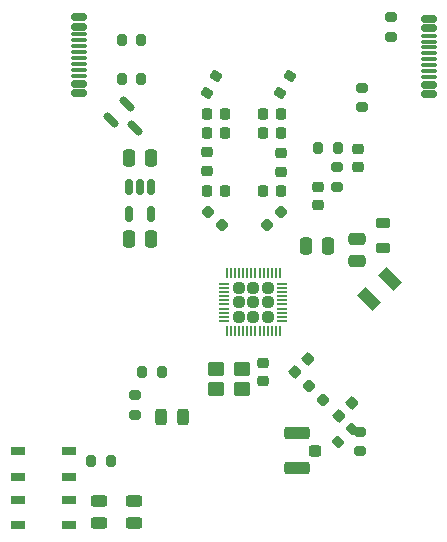
<source format=gtp>
%TF.GenerationSoftware,KiCad,Pcbnew,9.0.7*%
%TF.CreationDate,2026-02-02T18:05:56+06:00*%
%TF.ProjectId,ch585_dev,63683538-355f-4646-9576-2e6b69636164,rev?*%
%TF.SameCoordinates,Original*%
%TF.FileFunction,Paste,Top*%
%TF.FilePolarity,Positive*%
%FSLAX46Y46*%
G04 Gerber Fmt 4.6, Leading zero omitted, Abs format (unit mm)*
G04 Created by KiCad (PCBNEW 9.0.7) date 2026-02-02 18:05:56*
%MOMM*%
%LPD*%
G01*
G04 APERTURE LIST*
G04 Aperture macros list*
%AMRoundRect*
0 Rectangle with rounded corners*
0 $1 Rounding radius*
0 $2 $3 $4 $5 $6 $7 $8 $9 X,Y pos of 4 corners*
0 Add a 4 corners polygon primitive as box body*
4,1,4,$2,$3,$4,$5,$6,$7,$8,$9,$2,$3,0*
0 Add four circle primitives for the rounded corners*
1,1,$1+$1,$2,$3*
1,1,$1+$1,$4,$5*
1,1,$1+$1,$6,$7*
1,1,$1+$1,$8,$9*
0 Add four rect primitives between the rounded corners*
20,1,$1+$1,$2,$3,$4,$5,0*
20,1,$1+$1,$4,$5,$6,$7,0*
20,1,$1+$1,$6,$7,$8,$9,0*
20,1,$1+$1,$8,$9,$2,$3,0*%
%AMRotRect*
0 Rectangle, with rotation*
0 The origin of the aperture is its center*
0 $1 length*
0 $2 width*
0 $3 Rotation angle, in degrees counterclockwise*
0 Add horizontal line*
21,1,$1,$2,0,0,$3*%
G04 Aperture macros list end*
%ADD10RoundRect,0.225000X-0.250000X0.225000X-0.250000X-0.225000X0.250000X-0.225000X0.250000X0.225000X0*%
%ADD11RoundRect,0.200000X0.275000X-0.200000X0.275000X0.200000X-0.275000X0.200000X-0.275000X-0.200000X0*%
%ADD12RoundRect,0.200000X-0.275000X0.200000X-0.275000X-0.200000X0.275000X-0.200000X0.275000X0.200000X0*%
%ADD13RoundRect,0.200000X0.138157X-0.310705X0.338157X0.035705X-0.138157X0.310705X-0.338157X-0.035705X0*%
%ADD14RoundRect,0.225000X0.225000X0.250000X-0.225000X0.250000X-0.225000X-0.250000X0.225000X-0.250000X0*%
%ADD15R,1.200000X0.650000*%
%ADD16RoundRect,0.200000X0.200000X0.275000X-0.200000X0.275000X-0.200000X-0.275000X0.200000X-0.275000X0*%
%ADD17RoundRect,0.200000X-0.200000X-0.275000X0.200000X-0.275000X0.200000X0.275000X-0.200000X0.275000X0*%
%ADD18RoundRect,0.250000X0.250000X0.475000X-0.250000X0.475000X-0.250000X-0.475000X0.250000X-0.475000X0*%
%ADD19RoundRect,0.225000X0.250000X-0.225000X0.250000X0.225000X-0.250000X0.225000X-0.250000X-0.225000X0*%
%ADD20RoundRect,0.150000X-0.521491X0.309359X0.309359X-0.521491X0.521491X-0.309359X-0.309359X0.521491X0*%
%ADD21RoundRect,0.243750X0.243750X0.456250X-0.243750X0.456250X-0.243750X-0.456250X0.243750X-0.456250X0*%
%ADD22RoundRect,0.225000X0.017678X-0.335876X0.335876X-0.017678X-0.017678X0.335876X-0.335876X0.017678X0*%
%ADD23RoundRect,0.250000X-0.475000X0.250000X-0.475000X-0.250000X0.475000X-0.250000X0.475000X0.250000X0*%
%ADD24RoundRect,0.250000X0.275000X0.250000X-0.275000X0.250000X-0.275000X-0.250000X0.275000X-0.250000X0*%
%ADD25RoundRect,0.250000X0.850000X0.275000X-0.850000X0.275000X-0.850000X-0.275000X0.850000X-0.275000X0*%
%ADD26RoundRect,0.150000X-0.150000X0.512500X-0.150000X-0.512500X0.150000X-0.512500X0.150000X0.512500X0*%
%ADD27RoundRect,0.250000X0.450000X0.350000X-0.450000X0.350000X-0.450000X-0.350000X0.450000X-0.350000X0*%
%ADD28RoundRect,0.150000X-0.500000X0.150000X-0.500000X-0.150000X0.500000X-0.150000X0.500000X0.150000X0*%
%ADD29RoundRect,0.075000X-0.575000X0.075000X-0.575000X-0.075000X0.575000X-0.075000X0.575000X0.075000X0*%
%ADD30RoundRect,0.218750X0.026517X-0.335876X0.335876X-0.026517X-0.026517X0.335876X-0.335876X0.026517X0*%
%ADD31RotRect,1.000000X1.800000X225.000000*%
%ADD32RoundRect,0.243750X0.456250X-0.243750X0.456250X0.243750X-0.456250X0.243750X-0.456250X-0.243750X0*%
%ADD33RoundRect,0.240000X-0.240000X0.240000X-0.240000X-0.240000X0.240000X-0.240000X0.240000X0.240000X0*%
%ADD34RoundRect,0.050000X-0.050000X0.350000X-0.050000X-0.350000X0.050000X-0.350000X0.050000X0.350000X0*%
%ADD35RoundRect,0.050000X-0.350000X0.050000X-0.350000X-0.050000X0.350000X-0.050000X0.350000X0.050000X0*%
%ADD36RoundRect,0.250000X-0.250000X-0.475000X0.250000X-0.475000X0.250000X0.475000X-0.250000X0.475000X0*%
%ADD37RoundRect,0.218750X0.381250X-0.218750X0.381250X0.218750X-0.381250X0.218750X-0.381250X-0.218750X0*%
%ADD38RoundRect,0.218750X-0.335876X-0.026517X-0.026517X-0.335876X0.335876X0.026517X0.026517X0.335876X0*%
%ADD39RoundRect,0.150000X0.500000X-0.150000X0.500000X0.150000X-0.500000X0.150000X-0.500000X-0.150000X0*%
%ADD40RoundRect,0.075000X0.575000X-0.075000X0.575000X0.075000X-0.575000X0.075000X-0.575000X-0.075000X0*%
%ADD41RoundRect,0.218750X0.335876X0.026517X0.026517X0.335876X-0.335876X-0.026517X-0.026517X-0.335876X0*%
%ADD42RoundRect,0.200000X-0.053033X0.335876X-0.335876X0.053033X0.053033X-0.335876X0.335876X-0.053033X0*%
G04 APERTURE END LIST*
D10*
%TO.C,C14*%
X71800000Y-102625000D03*
X71800000Y-104175000D03*
%TD*%
D11*
%TO.C,R14*%
X82630000Y-75025000D03*
X82630000Y-73375000D03*
%TD*%
D12*
%TO.C,R8*%
X61000000Y-105375000D03*
X61000000Y-107025000D03*
%TD*%
D13*
%TO.C,R6*%
X67047500Y-79814470D03*
X67872500Y-78385530D03*
%TD*%
D14*
%TO.C,C3*%
X73325000Y-88100000D03*
X71775000Y-88100000D03*
%TD*%
D15*
%TO.C,SW1*%
X51050000Y-110125000D03*
X55350000Y-110125000D03*
X51050000Y-112275000D03*
X55350000Y-112275000D03*
%TD*%
D16*
%TO.C,R9*%
X58925000Y-111000000D03*
X57275000Y-111000000D03*
%TD*%
D14*
%TO.C,C9*%
X73325000Y-83200000D03*
X71775000Y-83200000D03*
%TD*%
D17*
%TO.C,R7*%
X61575000Y-103400000D03*
X63225000Y-103400000D03*
%TD*%
D12*
%TO.C,R10*%
X80000000Y-108475000D03*
X80000000Y-110125000D03*
%TD*%
D14*
%TO.C,C10*%
X68625000Y-83200000D03*
X67075000Y-83200000D03*
%TD*%
D18*
%TO.C,C2*%
X62343449Y-92193449D03*
X60443449Y-92193449D03*
%TD*%
D14*
%TO.C,C11*%
X73325000Y-81600000D03*
X71775000Y-81600000D03*
%TD*%
D19*
%TO.C,C7*%
X79900000Y-86075000D03*
X79900000Y-84525000D03*
%TD*%
D20*
%TO.C,D1*%
X60302288Y-80758785D03*
X58958785Y-82102288D03*
X60956362Y-82756362D03*
%TD*%
D21*
%TO.C,D2*%
X65037500Y-107200000D03*
X63162500Y-107200000D03*
%TD*%
D22*
%TO.C,C17*%
X78251992Y-107148008D03*
X79348008Y-106051992D03*
%TD*%
D17*
%TO.C,R1*%
X59875000Y-78600000D03*
X61525000Y-78600000D03*
%TD*%
D23*
%TO.C,C15*%
X79800000Y-92150000D03*
X79800000Y-94050000D03*
%TD*%
D15*
%TO.C,SW2*%
X55350000Y-116375000D03*
X51050000Y-116375000D03*
X55350000Y-114225000D03*
X51050000Y-114225000D03*
%TD*%
D24*
%TO.C,J2*%
X76250000Y-110100000D03*
D25*
X74725000Y-111575000D03*
X74725000Y-108625000D03*
%TD*%
D18*
%TO.C,C1*%
X62343449Y-85293449D03*
X60443449Y-85293449D03*
%TD*%
D26*
%TO.C,U2*%
X62343449Y-87755949D03*
X61393449Y-87755949D03*
X60443449Y-87755949D03*
X60443449Y-90030949D03*
X62343449Y-90030949D03*
%TD*%
D10*
%TO.C,C8*%
X76500000Y-87725000D03*
X76500000Y-89275000D03*
%TD*%
D12*
%TO.C,R15*%
X80230000Y-79375000D03*
X80230000Y-81025000D03*
%TD*%
D27*
%TO.C,Y2*%
X70000000Y-103200000D03*
X67800000Y-103200000D03*
X67800000Y-104900000D03*
X70000000Y-104900000D03*
%TD*%
D28*
%TO.C,J1*%
X56245000Y-73400000D03*
X56245000Y-74200000D03*
D29*
X56245000Y-75350000D03*
X56245000Y-76350000D03*
X56245000Y-76850000D03*
X56245000Y-77850000D03*
D28*
X56245000Y-79000000D03*
X56245000Y-79800000D03*
X56245000Y-79800000D03*
X56245000Y-79000000D03*
D29*
X56245000Y-78350000D03*
X56245000Y-77350000D03*
X56245000Y-75850000D03*
X56245000Y-74850000D03*
D28*
X56245000Y-74200000D03*
X56245000Y-73400000D03*
%TD*%
D16*
%TO.C,R3*%
X78125000Y-84500000D03*
X76475000Y-84500000D03*
%TD*%
D22*
%TO.C,C16*%
X74551992Y-103448008D03*
X75648008Y-102351992D03*
%TD*%
D30*
%TO.C,L1*%
X72193153Y-90956847D03*
X73306847Y-89843153D03*
%TD*%
D31*
%TO.C,Y1*%
X80816117Y-97283883D03*
X82583883Y-95516117D03*
%TD*%
D32*
%TO.C,D4*%
X57900000Y-116237500D03*
X57900000Y-114362500D03*
%TD*%
D33*
%TO.C,U1*%
X72230000Y-96295000D03*
X71000000Y-96295000D03*
X69770000Y-96295000D03*
X72230000Y-97525000D03*
X71000000Y-97525000D03*
X69770000Y-97525000D03*
X72230000Y-98755000D03*
X71000000Y-98755000D03*
X69770000Y-98755000D03*
D34*
X73275000Y-95075000D03*
X72925000Y-95075000D03*
X72575000Y-95075000D03*
X72225000Y-95075000D03*
X71875000Y-95075000D03*
X71525000Y-95075000D03*
X71175000Y-95075000D03*
X70825000Y-95075000D03*
X70475000Y-95075000D03*
X70125000Y-95075000D03*
X69775000Y-95075000D03*
X69425000Y-95075000D03*
X69075000Y-95075000D03*
X68725000Y-95075000D03*
D35*
X68550000Y-95950000D03*
X68550000Y-96300000D03*
X68550000Y-96650000D03*
X68550000Y-97000000D03*
X68550000Y-97350000D03*
X68550000Y-97700000D03*
X68550000Y-98050000D03*
X68550000Y-98400000D03*
X68550000Y-98750000D03*
X68550000Y-99100000D03*
D34*
X68725000Y-99975000D03*
X69075000Y-99975000D03*
X69425000Y-99975000D03*
X69775000Y-99975000D03*
X70125000Y-99975000D03*
X70475000Y-99975000D03*
X70825000Y-99975000D03*
X71175000Y-99975000D03*
X71525000Y-99975000D03*
X71875000Y-99975000D03*
X72225000Y-99975000D03*
X72575000Y-99975000D03*
X72925000Y-99975000D03*
X73275000Y-99975000D03*
D35*
X73450000Y-99100000D03*
X73450000Y-98750000D03*
X73450000Y-98400000D03*
X73450000Y-98050000D03*
X73450000Y-97700000D03*
X73450000Y-97350000D03*
X73450000Y-97000000D03*
X73450000Y-96650000D03*
X73450000Y-96300000D03*
X73450000Y-95950000D03*
%TD*%
D17*
%TO.C,R2*%
X59875000Y-75300000D03*
X61525000Y-75300000D03*
%TD*%
D19*
%TO.C,C6*%
X67050000Y-86375000D03*
X67050000Y-84825000D03*
%TD*%
D36*
%TO.C,C13*%
X75450000Y-92800000D03*
X77350000Y-92800000D03*
%TD*%
D37*
%TO.C,L3*%
X82000000Y-92962500D03*
X82000000Y-90837500D03*
%TD*%
D12*
%TO.C,R4*%
X78100000Y-86075000D03*
X78100000Y-87725000D03*
%TD*%
D32*
%TO.C,D3*%
X60900000Y-116237500D03*
X60900000Y-114362500D03*
%TD*%
D38*
%TO.C,L4*%
X75743153Y-104643153D03*
X76856847Y-105756847D03*
%TD*%
D14*
%TO.C,C12*%
X68625000Y-81600000D03*
X67075000Y-81600000D03*
%TD*%
D39*
%TO.C,J3*%
X85885000Y-79900000D03*
X85885000Y-79100000D03*
D40*
X85885000Y-77950000D03*
X85885000Y-76950000D03*
X85885000Y-76450000D03*
X85885000Y-75450000D03*
D39*
X85885000Y-74300000D03*
X85885000Y-73500000D03*
X85885000Y-73500000D03*
X85885000Y-74300000D03*
D40*
X85885000Y-74950000D03*
X85885000Y-75950000D03*
X85885000Y-77450000D03*
X85885000Y-78450000D03*
D39*
X85885000Y-79100000D03*
X85885000Y-79900000D03*
%TD*%
D13*
%TO.C,R5*%
X73247500Y-79814471D03*
X74072500Y-78385529D03*
%TD*%
D19*
%TO.C,C5*%
X73350000Y-86475000D03*
X73350000Y-84925000D03*
%TD*%
D41*
%TO.C,L2*%
X68306847Y-90956847D03*
X67193153Y-89843153D03*
%TD*%
D42*
%TO.C,R11*%
X79313363Y-108216637D03*
X78146637Y-109383363D03*
%TD*%
D14*
%TO.C,C4*%
X68625000Y-88100000D03*
X67075000Y-88100000D03*
%TD*%
M02*

</source>
